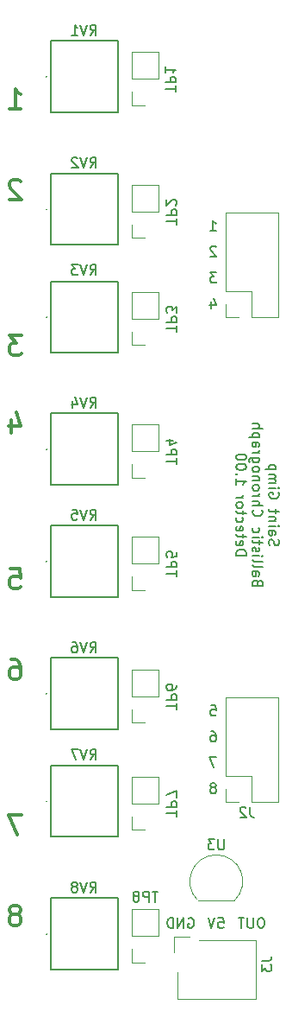
<source format=gbo>
%TF.GenerationSoftware,KiCad,Pcbnew,(5.99.0-12789-g9e557d84c6)*%
%TF.CreationDate,2021-11-25T19:19:57-08:00*%
%TF.ProjectId,Detector,44657465-6374-46f7-922e-6b696361645f,rev?*%
%TF.SameCoordinates,Original*%
%TF.FileFunction,Legend,Bot*%
%TF.FilePolarity,Positive*%
%FSLAX46Y46*%
G04 Gerber Fmt 4.6, Leading zero omitted, Abs format (unit mm)*
G04 Created by KiCad (PCBNEW (5.99.0-12789-g9e557d84c6)) date 2021-11-25 19:19:57*
%MOMM*%
%LPD*%
G01*
G04 APERTURE LIST*
%ADD10C,0.150000*%
%ADD11C,0.300000*%
%ADD12C,0.120000*%
%ADD13C,0.200000*%
%ADD14R,1.700000X1.700000*%
%ADD15O,1.700000X1.700000*%
%ADD16R,1.800000X1.800000*%
%ADD17C,1.800000*%
%ADD18C,2.200000*%
%ADD19C,1.120000*%
%ADD20R,1.050000X1.500000*%
%ADD21O,1.050000X1.500000*%
G04 APERTURE END LIST*
D10*
X138930238Y-101012380D02*
X138882619Y-100869523D01*
X138882619Y-100631428D01*
X138930238Y-100536190D01*
X138977857Y-100488571D01*
X139073095Y-100440952D01*
X139168333Y-100440952D01*
X139263571Y-100488571D01*
X139311190Y-100536190D01*
X139358809Y-100631428D01*
X139406428Y-100821904D01*
X139454047Y-100917142D01*
X139501666Y-100964761D01*
X139596904Y-101012380D01*
X139692142Y-101012380D01*
X139787380Y-100964761D01*
X139835000Y-100917142D01*
X139882619Y-100821904D01*
X139882619Y-100583809D01*
X139835000Y-100440952D01*
X138882619Y-99583809D02*
X139406428Y-99583809D01*
X139501666Y-99631428D01*
X139549285Y-99726666D01*
X139549285Y-99917142D01*
X139501666Y-100012380D01*
X138930238Y-99583809D02*
X138882619Y-99679047D01*
X138882619Y-99917142D01*
X138930238Y-100012380D01*
X139025476Y-100060000D01*
X139120714Y-100060000D01*
X139215952Y-100012380D01*
X139263571Y-99917142D01*
X139263571Y-99679047D01*
X139311190Y-99583809D01*
X138882619Y-99107619D02*
X139549285Y-99107619D01*
X139882619Y-99107619D02*
X139835000Y-99155238D01*
X139787380Y-99107619D01*
X139835000Y-99060000D01*
X139882619Y-99107619D01*
X139787380Y-99107619D01*
X139549285Y-98631428D02*
X138882619Y-98631428D01*
X139454047Y-98631428D02*
X139501666Y-98583809D01*
X139549285Y-98488571D01*
X139549285Y-98345714D01*
X139501666Y-98250476D01*
X139406428Y-98202857D01*
X138882619Y-98202857D01*
X139549285Y-97869523D02*
X139549285Y-97488571D01*
X139882619Y-97726666D02*
X139025476Y-97726666D01*
X138930238Y-97679047D01*
X138882619Y-97583809D01*
X138882619Y-97488571D01*
X139835000Y-95869523D02*
X139882619Y-95964761D01*
X139882619Y-96107619D01*
X139835000Y-96250476D01*
X139739761Y-96345714D01*
X139644523Y-96393333D01*
X139454047Y-96440952D01*
X139311190Y-96440952D01*
X139120714Y-96393333D01*
X139025476Y-96345714D01*
X138930238Y-96250476D01*
X138882619Y-96107619D01*
X138882619Y-96012380D01*
X138930238Y-95869523D01*
X138977857Y-95821904D01*
X139311190Y-95821904D01*
X139311190Y-96012380D01*
X138882619Y-95393333D02*
X139549285Y-95393333D01*
X139882619Y-95393333D02*
X139835000Y-95440952D01*
X139787380Y-95393333D01*
X139835000Y-95345714D01*
X139882619Y-95393333D01*
X139787380Y-95393333D01*
X138882619Y-94917142D02*
X139549285Y-94917142D01*
X139454047Y-94917142D02*
X139501666Y-94869523D01*
X139549285Y-94774285D01*
X139549285Y-94631428D01*
X139501666Y-94536190D01*
X139406428Y-94488571D01*
X138882619Y-94488571D01*
X139406428Y-94488571D02*
X139501666Y-94440952D01*
X139549285Y-94345714D01*
X139549285Y-94202857D01*
X139501666Y-94107619D01*
X139406428Y-94060000D01*
X138882619Y-94060000D01*
X139549285Y-93583809D02*
X138549285Y-93583809D01*
X139501666Y-93583809D02*
X139549285Y-93488571D01*
X139549285Y-93298095D01*
X139501666Y-93202857D01*
X139454047Y-93155238D01*
X139358809Y-93107619D01*
X139073095Y-93107619D01*
X138977857Y-93155238D01*
X138930238Y-93202857D01*
X138882619Y-93298095D01*
X138882619Y-93488571D01*
X138930238Y-93583809D01*
X137796428Y-104679047D02*
X137748809Y-104536190D01*
X137701190Y-104488571D01*
X137605952Y-104440952D01*
X137463095Y-104440952D01*
X137367857Y-104488571D01*
X137320238Y-104536190D01*
X137272619Y-104631428D01*
X137272619Y-105012380D01*
X138272619Y-105012380D01*
X138272619Y-104679047D01*
X138225000Y-104583809D01*
X138177380Y-104536190D01*
X138082142Y-104488571D01*
X137986904Y-104488571D01*
X137891666Y-104536190D01*
X137844047Y-104583809D01*
X137796428Y-104679047D01*
X137796428Y-105012380D01*
X137272619Y-103583809D02*
X137796428Y-103583809D01*
X137891666Y-103631428D01*
X137939285Y-103726666D01*
X137939285Y-103917142D01*
X137891666Y-104012380D01*
X137320238Y-103583809D02*
X137272619Y-103679047D01*
X137272619Y-103917142D01*
X137320238Y-104012380D01*
X137415476Y-104060000D01*
X137510714Y-104060000D01*
X137605952Y-104012380D01*
X137653571Y-103917142D01*
X137653571Y-103679047D01*
X137701190Y-103583809D01*
X137272619Y-102964761D02*
X137320238Y-103060000D01*
X137415476Y-103107619D01*
X138272619Y-103107619D01*
X137272619Y-102440952D02*
X137320238Y-102536190D01*
X137415476Y-102583809D01*
X138272619Y-102583809D01*
X137272619Y-102060000D02*
X137939285Y-102060000D01*
X138272619Y-102060000D02*
X138225000Y-102107619D01*
X138177380Y-102060000D01*
X138225000Y-102012380D01*
X138272619Y-102060000D01*
X138177380Y-102060000D01*
X137320238Y-101631428D02*
X137272619Y-101536190D01*
X137272619Y-101345714D01*
X137320238Y-101250476D01*
X137415476Y-101202857D01*
X137463095Y-101202857D01*
X137558333Y-101250476D01*
X137605952Y-101345714D01*
X137605952Y-101488571D01*
X137653571Y-101583809D01*
X137748809Y-101631428D01*
X137796428Y-101631428D01*
X137891666Y-101583809D01*
X137939285Y-101488571D01*
X137939285Y-101345714D01*
X137891666Y-101250476D01*
X137939285Y-100917142D02*
X137939285Y-100536190D01*
X138272619Y-100774285D02*
X137415476Y-100774285D01*
X137320238Y-100726666D01*
X137272619Y-100631428D01*
X137272619Y-100536190D01*
X137272619Y-100202857D02*
X137939285Y-100202857D01*
X138272619Y-100202857D02*
X138225000Y-100250476D01*
X138177380Y-100202857D01*
X138225000Y-100155238D01*
X138272619Y-100202857D01*
X138177380Y-100202857D01*
X137320238Y-99298095D02*
X137272619Y-99393333D01*
X137272619Y-99583809D01*
X137320238Y-99679047D01*
X137367857Y-99726666D01*
X137463095Y-99774285D01*
X137748809Y-99774285D01*
X137844047Y-99726666D01*
X137891666Y-99679047D01*
X137939285Y-99583809D01*
X137939285Y-99393333D01*
X137891666Y-99298095D01*
X137367857Y-97536190D02*
X137320238Y-97583809D01*
X137272619Y-97726666D01*
X137272619Y-97821904D01*
X137320238Y-97964761D01*
X137415476Y-98060000D01*
X137510714Y-98107619D01*
X137701190Y-98155238D01*
X137844047Y-98155238D01*
X138034523Y-98107619D01*
X138129761Y-98060000D01*
X138225000Y-97964761D01*
X138272619Y-97821904D01*
X138272619Y-97726666D01*
X138225000Y-97583809D01*
X138177380Y-97536190D01*
X137272619Y-97107619D02*
X138272619Y-97107619D01*
X137272619Y-96679047D02*
X137796428Y-96679047D01*
X137891666Y-96726666D01*
X137939285Y-96821904D01*
X137939285Y-96964761D01*
X137891666Y-97060000D01*
X137844047Y-97107619D01*
X137272619Y-96202857D02*
X137939285Y-96202857D01*
X137748809Y-96202857D02*
X137844047Y-96155238D01*
X137891666Y-96107619D01*
X137939285Y-96012380D01*
X137939285Y-95917142D01*
X137272619Y-95440952D02*
X137320238Y-95536190D01*
X137367857Y-95583809D01*
X137463095Y-95631428D01*
X137748809Y-95631428D01*
X137844047Y-95583809D01*
X137891666Y-95536190D01*
X137939285Y-95440952D01*
X137939285Y-95298095D01*
X137891666Y-95202857D01*
X137844047Y-95155238D01*
X137748809Y-95107619D01*
X137463095Y-95107619D01*
X137367857Y-95155238D01*
X137320238Y-95202857D01*
X137272619Y-95298095D01*
X137272619Y-95440952D01*
X137939285Y-94679047D02*
X137272619Y-94679047D01*
X137844047Y-94679047D02*
X137891666Y-94631428D01*
X137939285Y-94536190D01*
X137939285Y-94393333D01*
X137891666Y-94298095D01*
X137796428Y-94250476D01*
X137272619Y-94250476D01*
X137272619Y-93631428D02*
X137320238Y-93726666D01*
X137367857Y-93774285D01*
X137463095Y-93821904D01*
X137748809Y-93821904D01*
X137844047Y-93774285D01*
X137891666Y-93726666D01*
X137939285Y-93631428D01*
X137939285Y-93488571D01*
X137891666Y-93393333D01*
X137844047Y-93345714D01*
X137748809Y-93298095D01*
X137463095Y-93298095D01*
X137367857Y-93345714D01*
X137320238Y-93393333D01*
X137272619Y-93488571D01*
X137272619Y-93631428D01*
X137939285Y-92440952D02*
X137129761Y-92440952D01*
X137034523Y-92488571D01*
X136986904Y-92536190D01*
X136939285Y-92631428D01*
X136939285Y-92774285D01*
X136986904Y-92869523D01*
X137320238Y-92440952D02*
X137272619Y-92536190D01*
X137272619Y-92726666D01*
X137320238Y-92821904D01*
X137367857Y-92869523D01*
X137463095Y-92917142D01*
X137748809Y-92917142D01*
X137844047Y-92869523D01*
X137891666Y-92821904D01*
X137939285Y-92726666D01*
X137939285Y-92536190D01*
X137891666Y-92440952D01*
X137272619Y-91964761D02*
X137939285Y-91964761D01*
X137748809Y-91964761D02*
X137844047Y-91917142D01*
X137891666Y-91869523D01*
X137939285Y-91774285D01*
X137939285Y-91679047D01*
X137272619Y-90917142D02*
X137796428Y-90917142D01*
X137891666Y-90964761D01*
X137939285Y-91060000D01*
X137939285Y-91250476D01*
X137891666Y-91345714D01*
X137320238Y-90917142D02*
X137272619Y-91012380D01*
X137272619Y-91250476D01*
X137320238Y-91345714D01*
X137415476Y-91393333D01*
X137510714Y-91393333D01*
X137605952Y-91345714D01*
X137653571Y-91250476D01*
X137653571Y-91012380D01*
X137701190Y-90917142D01*
X137939285Y-90440952D02*
X136939285Y-90440952D01*
X137891666Y-90440952D02*
X137939285Y-90345714D01*
X137939285Y-90155238D01*
X137891666Y-90060000D01*
X137844047Y-90012380D01*
X137748809Y-89964761D01*
X137463095Y-89964761D01*
X137367857Y-90012380D01*
X137320238Y-90060000D01*
X137272619Y-90155238D01*
X137272619Y-90345714D01*
X137320238Y-90440952D01*
X137272619Y-89536190D02*
X138272619Y-89536190D01*
X137272619Y-89107619D02*
X137796428Y-89107619D01*
X137891666Y-89155238D01*
X137939285Y-89250476D01*
X137939285Y-89393333D01*
X137891666Y-89488571D01*
X137844047Y-89536190D01*
X135662619Y-101988571D02*
X136662619Y-101988571D01*
X136662619Y-101750476D01*
X136615000Y-101607619D01*
X136519761Y-101512380D01*
X136424523Y-101464761D01*
X136234047Y-101417142D01*
X136091190Y-101417142D01*
X135900714Y-101464761D01*
X135805476Y-101512380D01*
X135710238Y-101607619D01*
X135662619Y-101750476D01*
X135662619Y-101988571D01*
X135710238Y-100607619D02*
X135662619Y-100702857D01*
X135662619Y-100893333D01*
X135710238Y-100988571D01*
X135805476Y-101036190D01*
X136186428Y-101036190D01*
X136281666Y-100988571D01*
X136329285Y-100893333D01*
X136329285Y-100702857D01*
X136281666Y-100607619D01*
X136186428Y-100560000D01*
X136091190Y-100560000D01*
X135995952Y-101036190D01*
X136329285Y-100274285D02*
X136329285Y-99893333D01*
X136662619Y-100131428D02*
X135805476Y-100131428D01*
X135710238Y-100083809D01*
X135662619Y-99988571D01*
X135662619Y-99893333D01*
X135710238Y-99179047D02*
X135662619Y-99274285D01*
X135662619Y-99464761D01*
X135710238Y-99560000D01*
X135805476Y-99607619D01*
X136186428Y-99607619D01*
X136281666Y-99560000D01*
X136329285Y-99464761D01*
X136329285Y-99274285D01*
X136281666Y-99179047D01*
X136186428Y-99131428D01*
X136091190Y-99131428D01*
X135995952Y-99607619D01*
X135710238Y-98274285D02*
X135662619Y-98369523D01*
X135662619Y-98560000D01*
X135710238Y-98655238D01*
X135757857Y-98702857D01*
X135853095Y-98750476D01*
X136138809Y-98750476D01*
X136234047Y-98702857D01*
X136281666Y-98655238D01*
X136329285Y-98560000D01*
X136329285Y-98369523D01*
X136281666Y-98274285D01*
X136329285Y-97988571D02*
X136329285Y-97607619D01*
X136662619Y-97845714D02*
X135805476Y-97845714D01*
X135710238Y-97798095D01*
X135662619Y-97702857D01*
X135662619Y-97607619D01*
X135662619Y-97131428D02*
X135710238Y-97226666D01*
X135757857Y-97274285D01*
X135853095Y-97321904D01*
X136138809Y-97321904D01*
X136234047Y-97274285D01*
X136281666Y-97226666D01*
X136329285Y-97131428D01*
X136329285Y-96988571D01*
X136281666Y-96893333D01*
X136234047Y-96845714D01*
X136138809Y-96798095D01*
X135853095Y-96798095D01*
X135757857Y-96845714D01*
X135710238Y-96893333D01*
X135662619Y-96988571D01*
X135662619Y-97131428D01*
X135662619Y-96369523D02*
X136329285Y-96369523D01*
X136138809Y-96369523D02*
X136234047Y-96321904D01*
X136281666Y-96274285D01*
X136329285Y-96179047D01*
X136329285Y-96083809D01*
X135662619Y-94464761D02*
X135662619Y-95036190D01*
X135662619Y-94750476D02*
X136662619Y-94750476D01*
X136519761Y-94845714D01*
X136424523Y-94940952D01*
X136376904Y-95036190D01*
X135757857Y-94036190D02*
X135710238Y-93988571D01*
X135662619Y-94036190D01*
X135710238Y-94083809D01*
X135757857Y-94036190D01*
X135662619Y-94036190D01*
X136662619Y-93369523D02*
X136662619Y-93274285D01*
X136615000Y-93179047D01*
X136567380Y-93131428D01*
X136472142Y-93083809D01*
X136281666Y-93036190D01*
X136043571Y-93036190D01*
X135853095Y-93083809D01*
X135757857Y-93131428D01*
X135710238Y-93179047D01*
X135662619Y-93274285D01*
X135662619Y-93369523D01*
X135710238Y-93464761D01*
X135757857Y-93512380D01*
X135853095Y-93560000D01*
X136043571Y-93607619D01*
X136281666Y-93607619D01*
X136472142Y-93560000D01*
X136567380Y-93512380D01*
X136615000Y-93464761D01*
X136662619Y-93369523D01*
X136662619Y-92417142D02*
X136662619Y-92321904D01*
X136615000Y-92226666D01*
X136567380Y-92179047D01*
X136472142Y-92131428D01*
X136281666Y-92083809D01*
X136043571Y-92083809D01*
X135853095Y-92131428D01*
X135757857Y-92179047D01*
X135710238Y-92226666D01*
X135662619Y-92321904D01*
X135662619Y-92417142D01*
X135710238Y-92512380D01*
X135757857Y-92560000D01*
X135853095Y-92607619D01*
X136043571Y-92655238D01*
X136281666Y-92655238D01*
X136472142Y-92607619D01*
X136567380Y-92560000D01*
X136615000Y-92512380D01*
X136662619Y-92417142D01*
D11*
X114621666Y-127394761D02*
X113288333Y-127394761D01*
X114145476Y-129394761D01*
X113478809Y-103264761D02*
X114431190Y-103264761D01*
X114526428Y-104217142D01*
X114431190Y-104121904D01*
X114240714Y-104026666D01*
X113764523Y-104026666D01*
X113574047Y-104121904D01*
X113478809Y-104217142D01*
X113383571Y-104407619D01*
X113383571Y-104883809D01*
X113478809Y-105074285D01*
X113574047Y-105169523D01*
X113764523Y-105264761D01*
X114240714Y-105264761D01*
X114431190Y-105169523D01*
X114526428Y-105074285D01*
D10*
X133743333Y-121772380D02*
X133076666Y-121772380D01*
X133505238Y-122772380D01*
X133743333Y-74272380D02*
X133124285Y-74272380D01*
X133457619Y-74653333D01*
X133314761Y-74653333D01*
X133219523Y-74700952D01*
X133171904Y-74748571D01*
X133124285Y-74843809D01*
X133124285Y-75081904D01*
X133171904Y-75177142D01*
X133219523Y-75224761D01*
X133314761Y-75272380D01*
X133600476Y-75272380D01*
X133695714Y-75224761D01*
X133743333Y-75177142D01*
X133171904Y-116692380D02*
X133648095Y-116692380D01*
X133695714Y-117168571D01*
X133648095Y-117120952D01*
X133552857Y-117073333D01*
X133314761Y-117073333D01*
X133219523Y-117120952D01*
X133171904Y-117168571D01*
X133124285Y-117263809D01*
X133124285Y-117501904D01*
X133171904Y-117597142D01*
X133219523Y-117644761D01*
X133314761Y-117692380D01*
X133552857Y-117692380D01*
X133648095Y-117644761D01*
X133695714Y-117597142D01*
X133124285Y-70192380D02*
X133695714Y-70192380D01*
X133410000Y-70192380D02*
X133410000Y-69192380D01*
X133505238Y-69335238D01*
X133600476Y-69430476D01*
X133695714Y-69478095D01*
D11*
X114621666Y-80404761D02*
X113383571Y-80404761D01*
X114050238Y-81166666D01*
X113764523Y-81166666D01*
X113574047Y-81261904D01*
X113478809Y-81357142D01*
X113383571Y-81547619D01*
X113383571Y-82023809D01*
X113478809Y-82214285D01*
X113574047Y-82309523D01*
X113764523Y-82404761D01*
X114335952Y-82404761D01*
X114526428Y-82309523D01*
X114621666Y-82214285D01*
X114145476Y-137141904D02*
X114335952Y-137046666D01*
X114431190Y-136951428D01*
X114526428Y-136760952D01*
X114526428Y-136665714D01*
X114431190Y-136475238D01*
X114335952Y-136380000D01*
X114145476Y-136284761D01*
X113764523Y-136284761D01*
X113574047Y-136380000D01*
X113478809Y-136475238D01*
X113383571Y-136665714D01*
X113383571Y-136760952D01*
X113478809Y-136951428D01*
X113574047Y-137046666D01*
X113764523Y-137141904D01*
X114145476Y-137141904D01*
X114335952Y-137237142D01*
X114431190Y-137332380D01*
X114526428Y-137522857D01*
X114526428Y-137903809D01*
X114431190Y-138094285D01*
X114335952Y-138189523D01*
X114145476Y-138284761D01*
X113764523Y-138284761D01*
X113574047Y-138189523D01*
X113478809Y-138094285D01*
X113383571Y-137903809D01*
X113383571Y-137522857D01*
X113478809Y-137332380D01*
X113574047Y-137237142D01*
X113764523Y-137141904D01*
X113574047Y-88691428D02*
X113574047Y-90024761D01*
X114050238Y-87929523D02*
X114526428Y-89358095D01*
X113288333Y-89358095D01*
X113383571Y-58274761D02*
X114526428Y-58274761D01*
X113955000Y-58274761D02*
X113955000Y-56274761D01*
X114145476Y-56560476D01*
X114335952Y-56750952D01*
X114526428Y-56846190D01*
D10*
X133219523Y-119232380D02*
X133410000Y-119232380D01*
X133505238Y-119280000D01*
X133552857Y-119327619D01*
X133648095Y-119470476D01*
X133695714Y-119660952D01*
X133695714Y-120041904D01*
X133648095Y-120137142D01*
X133600476Y-120184761D01*
X133505238Y-120232380D01*
X133314761Y-120232380D01*
X133219523Y-120184761D01*
X133171904Y-120137142D01*
X133124285Y-120041904D01*
X133124285Y-119803809D01*
X133171904Y-119708571D01*
X133219523Y-119660952D01*
X133314761Y-119613333D01*
X133505238Y-119613333D01*
X133600476Y-119660952D01*
X133648095Y-119708571D01*
X133695714Y-119803809D01*
D11*
X113574047Y-112154761D02*
X113955000Y-112154761D01*
X114145476Y-112250000D01*
X114240714Y-112345238D01*
X114431190Y-112630952D01*
X114526428Y-113011904D01*
X114526428Y-113773809D01*
X114431190Y-113964285D01*
X114335952Y-114059523D01*
X114145476Y-114154761D01*
X113764523Y-114154761D01*
X113574047Y-114059523D01*
X113478809Y-113964285D01*
X113383571Y-113773809D01*
X113383571Y-113297619D01*
X113478809Y-113107142D01*
X113574047Y-113011904D01*
X113764523Y-112916666D01*
X114145476Y-112916666D01*
X114335952Y-113011904D01*
X114431190Y-113107142D01*
X114526428Y-113297619D01*
D10*
X133915476Y-137512380D02*
X134391666Y-137512380D01*
X134439285Y-137988571D01*
X134391666Y-137940952D01*
X134296428Y-137893333D01*
X134058333Y-137893333D01*
X133963095Y-137940952D01*
X133915476Y-137988571D01*
X133867857Y-138083809D01*
X133867857Y-138321904D01*
X133915476Y-138417142D01*
X133963095Y-138464761D01*
X134058333Y-138512380D01*
X134296428Y-138512380D01*
X134391666Y-138464761D01*
X134439285Y-138417142D01*
X133582142Y-137512380D02*
X133248809Y-138512380D01*
X132915476Y-137512380D01*
X133695714Y-71797619D02*
X133648095Y-71750000D01*
X133552857Y-71702380D01*
X133314761Y-71702380D01*
X133219523Y-71750000D01*
X133171904Y-71797619D01*
X133124285Y-71892857D01*
X133124285Y-71988095D01*
X133171904Y-72130952D01*
X133743333Y-72702380D01*
X133124285Y-72702380D01*
X133505238Y-124740952D02*
X133600476Y-124693333D01*
X133648095Y-124645714D01*
X133695714Y-124550476D01*
X133695714Y-124502857D01*
X133648095Y-124407619D01*
X133600476Y-124360000D01*
X133505238Y-124312380D01*
X133314761Y-124312380D01*
X133219523Y-124360000D01*
X133171904Y-124407619D01*
X133124285Y-124502857D01*
X133124285Y-124550476D01*
X133171904Y-124645714D01*
X133219523Y-124693333D01*
X133314761Y-124740952D01*
X133505238Y-124740952D01*
X133600476Y-124788571D01*
X133648095Y-124836190D01*
X133695714Y-124931428D01*
X133695714Y-125121904D01*
X133648095Y-125217142D01*
X133600476Y-125264761D01*
X133505238Y-125312380D01*
X133314761Y-125312380D01*
X133219523Y-125264761D01*
X133171904Y-125217142D01*
X133124285Y-125121904D01*
X133124285Y-124931428D01*
X133171904Y-124836190D01*
X133219523Y-124788571D01*
X133314761Y-124740952D01*
D11*
X114526428Y-65355238D02*
X114431190Y-65260000D01*
X114240714Y-65164761D01*
X113764523Y-65164761D01*
X113574047Y-65260000D01*
X113478809Y-65355238D01*
X113383571Y-65545714D01*
X113383571Y-65736190D01*
X113478809Y-66021904D01*
X114621666Y-67164761D01*
X113383571Y-67164761D01*
D10*
X138225000Y-137512380D02*
X138034523Y-137512380D01*
X137939285Y-137560000D01*
X137844047Y-137655238D01*
X137796428Y-137845714D01*
X137796428Y-138179047D01*
X137844047Y-138369523D01*
X137939285Y-138464761D01*
X138034523Y-138512380D01*
X138225000Y-138512380D01*
X138320238Y-138464761D01*
X138415476Y-138369523D01*
X138463095Y-138179047D01*
X138463095Y-137845714D01*
X138415476Y-137655238D01*
X138320238Y-137560000D01*
X138225000Y-137512380D01*
X137367857Y-137512380D02*
X137367857Y-138321904D01*
X137320238Y-138417142D01*
X137272619Y-138464761D01*
X137177380Y-138512380D01*
X136986904Y-138512380D01*
X136891666Y-138464761D01*
X136844047Y-138417142D01*
X136796428Y-138321904D01*
X136796428Y-137512380D01*
X136463095Y-137512380D02*
X135891666Y-137512380D01*
X136177380Y-138512380D02*
X136177380Y-137512380D01*
X130986904Y-137560000D02*
X131082142Y-137512380D01*
X131225000Y-137512380D01*
X131367857Y-137560000D01*
X131463095Y-137655238D01*
X131510714Y-137750476D01*
X131558333Y-137940952D01*
X131558333Y-138083809D01*
X131510714Y-138274285D01*
X131463095Y-138369523D01*
X131367857Y-138464761D01*
X131225000Y-138512380D01*
X131129761Y-138512380D01*
X130986904Y-138464761D01*
X130939285Y-138417142D01*
X130939285Y-138083809D01*
X131129761Y-138083809D01*
X130510714Y-138512380D02*
X130510714Y-137512380D01*
X129939285Y-138512380D01*
X129939285Y-137512380D01*
X129463095Y-138512380D02*
X129463095Y-137512380D01*
X129225000Y-137512380D01*
X129082142Y-137560000D01*
X128986904Y-137655238D01*
X128939285Y-137750476D01*
X128891666Y-137940952D01*
X128891666Y-138083809D01*
X128939285Y-138274285D01*
X128986904Y-138369523D01*
X129082142Y-138464761D01*
X129225000Y-138512380D01*
X129463095Y-138512380D01*
X133219523Y-77145714D02*
X133219523Y-77812380D01*
X133457619Y-76764761D02*
X133695714Y-77479047D01*
X133076666Y-77479047D01*
%TO.C,J3*%
X138177380Y-141726666D02*
X138891666Y-141726666D01*
X139034523Y-141679047D01*
X139129761Y-141583809D01*
X139177380Y-141440952D01*
X139177380Y-141345714D01*
X138177380Y-142107619D02*
X138177380Y-142726666D01*
X138558333Y-142393333D01*
X138558333Y-142536190D01*
X138605952Y-142631428D01*
X138653571Y-142679047D01*
X138748809Y-142726666D01*
X138986904Y-142726666D01*
X139082142Y-142679047D01*
X139129761Y-142631428D01*
X139177380Y-142536190D01*
X139177380Y-142250476D01*
X139129761Y-142155238D01*
X139082142Y-142107619D01*
%TO.C,TP5*%
X129812619Y-104051904D02*
X129812619Y-103480476D01*
X128812619Y-103766190D02*
X129812619Y-103766190D01*
X128812619Y-103147142D02*
X129812619Y-103147142D01*
X129812619Y-102766190D01*
X129765000Y-102670952D01*
X129717380Y-102623333D01*
X129622142Y-102575714D01*
X129479285Y-102575714D01*
X129384047Y-102623333D01*
X129336428Y-102670952D01*
X129288809Y-102766190D01*
X129288809Y-103147142D01*
X129812619Y-101670952D02*
X129812619Y-102147142D01*
X129336428Y-102194761D01*
X129384047Y-102147142D01*
X129431666Y-102051904D01*
X129431666Y-101813809D01*
X129384047Y-101718571D01*
X129336428Y-101670952D01*
X129241190Y-101623333D01*
X129003095Y-101623333D01*
X128907857Y-101670952D01*
X128860238Y-101718571D01*
X128812619Y-101813809D01*
X128812619Y-102051904D01*
X128860238Y-102147142D01*
X128907857Y-102194761D01*
%TO.C,TP2*%
X129812619Y-69551904D02*
X129812619Y-68980476D01*
X128812619Y-69266190D02*
X129812619Y-69266190D01*
X128812619Y-68647142D02*
X129812619Y-68647142D01*
X129812619Y-68266190D01*
X129765000Y-68170952D01*
X129717380Y-68123333D01*
X129622142Y-68075714D01*
X129479285Y-68075714D01*
X129384047Y-68123333D01*
X129336428Y-68170952D01*
X129288809Y-68266190D01*
X129288809Y-68647142D01*
X129717380Y-67694761D02*
X129765000Y-67647142D01*
X129812619Y-67551904D01*
X129812619Y-67313809D01*
X129765000Y-67218571D01*
X129717380Y-67170952D01*
X129622142Y-67123333D01*
X129526904Y-67123333D01*
X129384047Y-67170952D01*
X128812619Y-67742380D01*
X128812619Y-67123333D01*
%TO.C,TP3*%
X129812619Y-80051904D02*
X129812619Y-79480476D01*
X128812619Y-79766190D02*
X129812619Y-79766190D01*
X128812619Y-79147142D02*
X129812619Y-79147142D01*
X129812619Y-78766190D01*
X129765000Y-78670952D01*
X129717380Y-78623333D01*
X129622142Y-78575714D01*
X129479285Y-78575714D01*
X129384047Y-78623333D01*
X129336428Y-78670952D01*
X129288809Y-78766190D01*
X129288809Y-79147142D01*
X129812619Y-78242380D02*
X129812619Y-77623333D01*
X129431666Y-77956666D01*
X129431666Y-77813809D01*
X129384047Y-77718571D01*
X129336428Y-77670952D01*
X129241190Y-77623333D01*
X129003095Y-77623333D01*
X128907857Y-77670952D01*
X128860238Y-77718571D01*
X128812619Y-77813809D01*
X128812619Y-78099523D01*
X128860238Y-78194761D01*
X128907857Y-78242380D01*
%TO.C,TP4*%
X129812619Y-93051904D02*
X129812619Y-92480476D01*
X128812619Y-92766190D02*
X129812619Y-92766190D01*
X128812619Y-92147142D02*
X129812619Y-92147142D01*
X129812619Y-91766190D01*
X129765000Y-91670952D01*
X129717380Y-91623333D01*
X129622142Y-91575714D01*
X129479285Y-91575714D01*
X129384047Y-91623333D01*
X129336428Y-91670952D01*
X129288809Y-91766190D01*
X129288809Y-92147142D01*
X129479285Y-90718571D02*
X128812619Y-90718571D01*
X129860238Y-90956666D02*
X129145952Y-91194761D01*
X129145952Y-90575714D01*
%TO.C,RV1*%
X121320238Y-51012380D02*
X121653571Y-50536190D01*
X121891666Y-51012380D02*
X121891666Y-50012380D01*
X121510714Y-50012380D01*
X121415476Y-50060000D01*
X121367857Y-50107619D01*
X121320238Y-50202857D01*
X121320238Y-50345714D01*
X121367857Y-50440952D01*
X121415476Y-50488571D01*
X121510714Y-50536190D01*
X121891666Y-50536190D01*
X121034523Y-50012380D02*
X120701190Y-51012380D01*
X120367857Y-50012380D01*
X119510714Y-51012380D02*
X120082142Y-51012380D01*
X119796428Y-51012380D02*
X119796428Y-50012380D01*
X119891666Y-50155238D01*
X119986904Y-50250476D01*
X120082142Y-50298095D01*
%TO.C,U3*%
X134486904Y-129824880D02*
X134486904Y-130634404D01*
X134439285Y-130729642D01*
X134391666Y-130777261D01*
X134296428Y-130824880D01*
X134105952Y-130824880D01*
X134010714Y-130777261D01*
X133963095Y-130729642D01*
X133915476Y-130634404D01*
X133915476Y-129824880D01*
X133534523Y-129824880D02*
X132915476Y-129824880D01*
X133248809Y-130205833D01*
X133105952Y-130205833D01*
X133010714Y-130253452D01*
X132963095Y-130301071D01*
X132915476Y-130396309D01*
X132915476Y-130634404D01*
X132963095Y-130729642D01*
X133010714Y-130777261D01*
X133105952Y-130824880D01*
X133391666Y-130824880D01*
X133486904Y-130777261D01*
X133534523Y-130729642D01*
%TO.C,RV7*%
X121320238Y-122012380D02*
X121653571Y-121536190D01*
X121891666Y-122012380D02*
X121891666Y-121012380D01*
X121510714Y-121012380D01*
X121415476Y-121060000D01*
X121367857Y-121107619D01*
X121320238Y-121202857D01*
X121320238Y-121345714D01*
X121367857Y-121440952D01*
X121415476Y-121488571D01*
X121510714Y-121536190D01*
X121891666Y-121536190D01*
X121034523Y-121012380D02*
X120701190Y-122012380D01*
X120367857Y-121012380D01*
X120129761Y-121012380D02*
X119463095Y-121012380D01*
X119891666Y-122012380D01*
%TO.C,RV5*%
X121320238Y-98512380D02*
X121653571Y-98036190D01*
X121891666Y-98512380D02*
X121891666Y-97512380D01*
X121510714Y-97512380D01*
X121415476Y-97560000D01*
X121367857Y-97607619D01*
X121320238Y-97702857D01*
X121320238Y-97845714D01*
X121367857Y-97940952D01*
X121415476Y-97988571D01*
X121510714Y-98036190D01*
X121891666Y-98036190D01*
X121034523Y-97512380D02*
X120701190Y-98512380D01*
X120367857Y-97512380D01*
X119558333Y-97512380D02*
X120034523Y-97512380D01*
X120082142Y-97988571D01*
X120034523Y-97940952D01*
X119939285Y-97893333D01*
X119701190Y-97893333D01*
X119605952Y-97940952D01*
X119558333Y-97988571D01*
X119510714Y-98083809D01*
X119510714Y-98321904D01*
X119558333Y-98417142D01*
X119605952Y-98464761D01*
X119701190Y-98512380D01*
X119939285Y-98512380D01*
X120034523Y-98464761D01*
X120082142Y-98417142D01*
%TO.C,TP8*%
X127986904Y-134932380D02*
X127415476Y-134932380D01*
X127701190Y-135932380D02*
X127701190Y-134932380D01*
X127082142Y-135932380D02*
X127082142Y-134932380D01*
X126701190Y-134932380D01*
X126605952Y-134980000D01*
X126558333Y-135027619D01*
X126510714Y-135122857D01*
X126510714Y-135265714D01*
X126558333Y-135360952D01*
X126605952Y-135408571D01*
X126701190Y-135456190D01*
X127082142Y-135456190D01*
X125939285Y-135360952D02*
X126034523Y-135313333D01*
X126082142Y-135265714D01*
X126129761Y-135170476D01*
X126129761Y-135122857D01*
X126082142Y-135027619D01*
X126034523Y-134980000D01*
X125939285Y-134932380D01*
X125748809Y-134932380D01*
X125653571Y-134980000D01*
X125605952Y-135027619D01*
X125558333Y-135122857D01*
X125558333Y-135170476D01*
X125605952Y-135265714D01*
X125653571Y-135313333D01*
X125748809Y-135360952D01*
X125939285Y-135360952D01*
X126034523Y-135408571D01*
X126082142Y-135456190D01*
X126129761Y-135551428D01*
X126129761Y-135741904D01*
X126082142Y-135837142D01*
X126034523Y-135884761D01*
X125939285Y-135932380D01*
X125748809Y-135932380D01*
X125653571Y-135884761D01*
X125605952Y-135837142D01*
X125558333Y-135741904D01*
X125558333Y-135551428D01*
X125605952Y-135456190D01*
X125653571Y-135408571D01*
X125748809Y-135360952D01*
%TO.C,RV3*%
X121320238Y-74512380D02*
X121653571Y-74036190D01*
X121891666Y-74512380D02*
X121891666Y-73512380D01*
X121510714Y-73512380D01*
X121415476Y-73560000D01*
X121367857Y-73607619D01*
X121320238Y-73702857D01*
X121320238Y-73845714D01*
X121367857Y-73940952D01*
X121415476Y-73988571D01*
X121510714Y-74036190D01*
X121891666Y-74036190D01*
X121034523Y-73512380D02*
X120701190Y-74512380D01*
X120367857Y-73512380D01*
X120129761Y-73512380D02*
X119510714Y-73512380D01*
X119844047Y-73893333D01*
X119701190Y-73893333D01*
X119605952Y-73940952D01*
X119558333Y-73988571D01*
X119510714Y-74083809D01*
X119510714Y-74321904D01*
X119558333Y-74417142D01*
X119605952Y-74464761D01*
X119701190Y-74512380D01*
X119986904Y-74512380D01*
X120082142Y-74464761D01*
X120129761Y-74417142D01*
%TO.C,RV8*%
X121320238Y-135012380D02*
X121653571Y-134536190D01*
X121891666Y-135012380D02*
X121891666Y-134012380D01*
X121510714Y-134012380D01*
X121415476Y-134060000D01*
X121367857Y-134107619D01*
X121320238Y-134202857D01*
X121320238Y-134345714D01*
X121367857Y-134440952D01*
X121415476Y-134488571D01*
X121510714Y-134536190D01*
X121891666Y-134536190D01*
X121034523Y-134012380D02*
X120701190Y-135012380D01*
X120367857Y-134012380D01*
X119891666Y-134440952D02*
X119986904Y-134393333D01*
X120034523Y-134345714D01*
X120082142Y-134250476D01*
X120082142Y-134202857D01*
X120034523Y-134107619D01*
X119986904Y-134060000D01*
X119891666Y-134012380D01*
X119701190Y-134012380D01*
X119605952Y-134060000D01*
X119558333Y-134107619D01*
X119510714Y-134202857D01*
X119510714Y-134250476D01*
X119558333Y-134345714D01*
X119605952Y-134393333D01*
X119701190Y-134440952D01*
X119891666Y-134440952D01*
X119986904Y-134488571D01*
X120034523Y-134536190D01*
X120082142Y-134631428D01*
X120082142Y-134821904D01*
X120034523Y-134917142D01*
X119986904Y-134964761D01*
X119891666Y-135012380D01*
X119701190Y-135012380D01*
X119605952Y-134964761D01*
X119558333Y-134917142D01*
X119510714Y-134821904D01*
X119510714Y-134631428D01*
X119558333Y-134536190D01*
X119605952Y-134488571D01*
X119701190Y-134440952D01*
%TO.C,TP6*%
X129812619Y-117051904D02*
X129812619Y-116480476D01*
X128812619Y-116766190D02*
X129812619Y-116766190D01*
X128812619Y-116147142D02*
X129812619Y-116147142D01*
X129812619Y-115766190D01*
X129765000Y-115670952D01*
X129717380Y-115623333D01*
X129622142Y-115575714D01*
X129479285Y-115575714D01*
X129384047Y-115623333D01*
X129336428Y-115670952D01*
X129288809Y-115766190D01*
X129288809Y-116147142D01*
X129812619Y-114718571D02*
X129812619Y-114909047D01*
X129765000Y-115004285D01*
X129717380Y-115051904D01*
X129574523Y-115147142D01*
X129384047Y-115194761D01*
X129003095Y-115194761D01*
X128907857Y-115147142D01*
X128860238Y-115099523D01*
X128812619Y-115004285D01*
X128812619Y-114813809D01*
X128860238Y-114718571D01*
X128907857Y-114670952D01*
X129003095Y-114623333D01*
X129241190Y-114623333D01*
X129336428Y-114670952D01*
X129384047Y-114718571D01*
X129431666Y-114813809D01*
X129431666Y-115004285D01*
X129384047Y-115099523D01*
X129336428Y-115147142D01*
X129241190Y-115194761D01*
%TO.C,RV2*%
X121320238Y-64012380D02*
X121653571Y-63536190D01*
X121891666Y-64012380D02*
X121891666Y-63012380D01*
X121510714Y-63012380D01*
X121415476Y-63060000D01*
X121367857Y-63107619D01*
X121320238Y-63202857D01*
X121320238Y-63345714D01*
X121367857Y-63440952D01*
X121415476Y-63488571D01*
X121510714Y-63536190D01*
X121891666Y-63536190D01*
X121034523Y-63012380D02*
X120701190Y-64012380D01*
X120367857Y-63012380D01*
X120082142Y-63107619D02*
X120034523Y-63060000D01*
X119939285Y-63012380D01*
X119701190Y-63012380D01*
X119605952Y-63060000D01*
X119558333Y-63107619D01*
X119510714Y-63202857D01*
X119510714Y-63298095D01*
X119558333Y-63440952D01*
X120129761Y-64012380D01*
X119510714Y-64012380D01*
%TO.C,RV6*%
X121320238Y-111512380D02*
X121653571Y-111036190D01*
X121891666Y-111512380D02*
X121891666Y-110512380D01*
X121510714Y-110512380D01*
X121415476Y-110560000D01*
X121367857Y-110607619D01*
X121320238Y-110702857D01*
X121320238Y-110845714D01*
X121367857Y-110940952D01*
X121415476Y-110988571D01*
X121510714Y-111036190D01*
X121891666Y-111036190D01*
X121034523Y-110512380D02*
X120701190Y-111512380D01*
X120367857Y-110512380D01*
X119605952Y-110512380D02*
X119796428Y-110512380D01*
X119891666Y-110560000D01*
X119939285Y-110607619D01*
X120034523Y-110750476D01*
X120082142Y-110940952D01*
X120082142Y-111321904D01*
X120034523Y-111417142D01*
X119986904Y-111464761D01*
X119891666Y-111512380D01*
X119701190Y-111512380D01*
X119605952Y-111464761D01*
X119558333Y-111417142D01*
X119510714Y-111321904D01*
X119510714Y-111083809D01*
X119558333Y-110988571D01*
X119605952Y-110940952D01*
X119701190Y-110893333D01*
X119891666Y-110893333D01*
X119986904Y-110940952D01*
X120034523Y-110988571D01*
X120082142Y-111083809D01*
%TO.C,TP7*%
X129812619Y-127551904D02*
X129812619Y-126980476D01*
X128812619Y-127266190D02*
X129812619Y-127266190D01*
X128812619Y-126647142D02*
X129812619Y-126647142D01*
X129812619Y-126266190D01*
X129765000Y-126170952D01*
X129717380Y-126123333D01*
X129622142Y-126075714D01*
X129479285Y-126075714D01*
X129384047Y-126123333D01*
X129336428Y-126170952D01*
X129288809Y-126266190D01*
X129288809Y-126647142D01*
X129812619Y-125742380D02*
X129812619Y-125075714D01*
X128812619Y-125504285D01*
%TO.C,RV4*%
X121320238Y-87512380D02*
X121653571Y-87036190D01*
X121891666Y-87512380D02*
X121891666Y-86512380D01*
X121510714Y-86512380D01*
X121415476Y-86560000D01*
X121367857Y-86607619D01*
X121320238Y-86702857D01*
X121320238Y-86845714D01*
X121367857Y-86940952D01*
X121415476Y-86988571D01*
X121510714Y-87036190D01*
X121891666Y-87036190D01*
X121034523Y-86512380D02*
X120701190Y-87512380D01*
X120367857Y-86512380D01*
X119605952Y-86845714D02*
X119605952Y-87512380D01*
X119844047Y-86464761D02*
X120082142Y-87179047D01*
X119463095Y-87179047D01*
%TO.C,J2*%
X137053333Y-126642380D02*
X137053333Y-127356666D01*
X137100952Y-127499523D01*
X137196190Y-127594761D01*
X137339047Y-127642380D01*
X137434285Y-127642380D01*
X136624761Y-126737619D02*
X136577142Y-126690000D01*
X136481904Y-126642380D01*
X136243809Y-126642380D01*
X136148571Y-126690000D01*
X136100952Y-126737619D01*
X136053333Y-126832857D01*
X136053333Y-126928095D01*
X136100952Y-127070952D01*
X136672380Y-127642380D01*
X136053333Y-127642380D01*
%TO.C,TP1*%
X129742619Y-56551904D02*
X129742619Y-55980476D01*
X128742619Y-56266190D02*
X129742619Y-56266190D01*
X128742619Y-55647142D02*
X129742619Y-55647142D01*
X129742619Y-55266190D01*
X129695000Y-55170952D01*
X129647380Y-55123333D01*
X129552142Y-55075714D01*
X129409285Y-55075714D01*
X129314047Y-55123333D01*
X129266428Y-55170952D01*
X129218809Y-55266190D01*
X129218809Y-55647142D01*
X128742619Y-54123333D02*
X128742619Y-54694761D01*
X128742619Y-54409047D02*
X129742619Y-54409047D01*
X129599761Y-54504285D01*
X129504523Y-54599523D01*
X129456904Y-54694761D01*
D12*
%TO.C,J3*%
X129600000Y-139360000D02*
X129600000Y-140860000D01*
X132000000Y-139660000D02*
X137600000Y-139660000D01*
X137600000Y-139660000D02*
X137600000Y-145460000D01*
X129900000Y-142860000D02*
X129900000Y-145460000D01*
X131100000Y-139360000D02*
X129600000Y-139360000D01*
X129900000Y-145460000D02*
X137600000Y-145460000D01*
%TO.C,J1*%
X134620000Y-76090000D02*
X137220000Y-76090000D01*
X134620000Y-76090000D02*
X134620000Y-68410000D01*
X134620000Y-77360000D02*
X134620000Y-78690000D01*
X137220000Y-76090000D02*
X137220000Y-78690000D01*
X139820000Y-78690000D02*
X139820000Y-68410000D01*
X134620000Y-68410000D02*
X139820000Y-68410000D01*
X134620000Y-78690000D02*
X135950000Y-78690000D01*
X137220000Y-78690000D02*
X139820000Y-78690000D01*
%TO.C,TP5*%
X128055000Y-102790000D02*
X128055000Y-100190000D01*
X125395000Y-100190000D02*
X128055000Y-100190000D01*
X125395000Y-102790000D02*
X128055000Y-102790000D01*
X125395000Y-102790000D02*
X125395000Y-100190000D01*
X125395000Y-105390000D02*
X126725000Y-105390000D01*
X125395000Y-104060000D02*
X125395000Y-105390000D01*
%TO.C,TP2*%
X125395000Y-65690000D02*
X128055000Y-65690000D01*
X125395000Y-68290000D02*
X125395000Y-65690000D01*
X125395000Y-69560000D02*
X125395000Y-70890000D01*
X128055000Y-68290000D02*
X128055000Y-65690000D01*
X125395000Y-70890000D02*
X126725000Y-70890000D01*
X125395000Y-68290000D02*
X128055000Y-68290000D01*
%TO.C,TP3*%
X125395000Y-76190000D02*
X128055000Y-76190000D01*
X125395000Y-81390000D02*
X126725000Y-81390000D01*
X125395000Y-78790000D02*
X128055000Y-78790000D01*
X125395000Y-78790000D02*
X125395000Y-76190000D01*
X128055000Y-78790000D02*
X128055000Y-76190000D01*
X125395000Y-80060000D02*
X125395000Y-81390000D01*
%TO.C,TP4*%
X125395000Y-91790000D02*
X125395000Y-89190000D01*
X125395000Y-93060000D02*
X125395000Y-94390000D01*
X128055000Y-91790000D02*
X128055000Y-89190000D01*
X125395000Y-91790000D02*
X128055000Y-91790000D01*
X125395000Y-89190000D02*
X128055000Y-89190000D01*
X125395000Y-94390000D02*
X126725000Y-94390000D01*
D13*
%TO.C,RV1*%
X117425000Y-58550000D02*
X117425000Y-51560000D01*
X124025000Y-58550000D02*
X117425000Y-58550000D01*
X117425000Y-51560000D02*
X124025000Y-51560000D01*
X124025000Y-51560000D02*
X124025000Y-58550000D01*
X117060000Y-55092000D02*
G75*
G03*
X117060000Y-55092000I-57000J0D01*
G01*
D12*
%TO.C,U3*%
X135525000Y-135782500D02*
X131925000Y-135782500D01*
X135563478Y-135770978D02*
G75*
G03*
X133725000Y-131332500I-1838478J1838478D01*
G01*
X131886522Y-135770978D02*
G75*
G02*
X133725000Y-131332500I1838478J1838478D01*
G01*
D13*
%TO.C,RV7*%
X124025000Y-129550000D02*
X117425000Y-129550000D01*
X124025000Y-122560000D02*
X124025000Y-129550000D01*
X117425000Y-122560000D02*
X124025000Y-122560000D01*
X117425000Y-129550000D02*
X117425000Y-122560000D01*
X117060000Y-126092000D02*
G75*
G03*
X117060000Y-126092000I-57000J0D01*
G01*
%TO.C,RV5*%
X124025000Y-99060000D02*
X124025000Y-106050000D01*
X117425000Y-106050000D02*
X117425000Y-99060000D01*
X124025000Y-106050000D02*
X117425000Y-106050000D01*
X117425000Y-99060000D02*
X124025000Y-99060000D01*
X117060000Y-102592000D02*
G75*
G03*
X117060000Y-102592000I-57000J0D01*
G01*
D12*
%TO.C,TP8*%
X125395000Y-141890000D02*
X126725000Y-141890000D01*
X128055000Y-139290000D02*
X128055000Y-136690000D01*
X125395000Y-136690000D02*
X128055000Y-136690000D01*
X125395000Y-140560000D02*
X125395000Y-141890000D01*
X125395000Y-139290000D02*
X125395000Y-136690000D01*
X125395000Y-139290000D02*
X128055000Y-139290000D01*
D13*
%TO.C,RV3*%
X124025000Y-75140000D02*
X124025000Y-82130000D01*
X124025000Y-82130000D02*
X117425000Y-82130000D01*
X117425000Y-82130000D02*
X117425000Y-75140000D01*
X117425000Y-75140000D02*
X124025000Y-75140000D01*
X117060000Y-78672000D02*
G75*
G03*
X117060000Y-78672000I-57000J0D01*
G01*
%TO.C,RV8*%
X124025000Y-142550000D02*
X117425000Y-142550000D01*
X117425000Y-135560000D02*
X124025000Y-135560000D01*
X117425000Y-142550000D02*
X117425000Y-135560000D01*
X124025000Y-135560000D02*
X124025000Y-142550000D01*
X117060000Y-139092000D02*
G75*
G03*
X117060000Y-139092000I-57000J0D01*
G01*
D12*
%TO.C,TP6*%
X128055000Y-115790000D02*
X128055000Y-113190000D01*
X125395000Y-118390000D02*
X126725000Y-118390000D01*
X125395000Y-115790000D02*
X125395000Y-113190000D01*
X125395000Y-117060000D02*
X125395000Y-118390000D01*
X125395000Y-115790000D02*
X128055000Y-115790000D01*
X125395000Y-113190000D02*
X128055000Y-113190000D01*
D13*
%TO.C,RV2*%
X124025000Y-71550000D02*
X117425000Y-71550000D01*
X117425000Y-64560000D02*
X124025000Y-64560000D01*
X117425000Y-71550000D02*
X117425000Y-64560000D01*
X124025000Y-64560000D02*
X124025000Y-71550000D01*
X117060000Y-68092000D02*
G75*
G03*
X117060000Y-68092000I-57000J0D01*
G01*
%TO.C,RV6*%
X124025000Y-119000000D02*
X117425000Y-119000000D01*
X117425000Y-119000000D02*
X117425000Y-112010000D01*
X117425000Y-112010000D02*
X124025000Y-112010000D01*
X124025000Y-112010000D02*
X124025000Y-119000000D01*
X117060000Y-115542000D02*
G75*
G03*
X117060000Y-115542000I-57000J0D01*
G01*
D12*
%TO.C,TP7*%
X125395000Y-123690000D02*
X128055000Y-123690000D01*
X128055000Y-126290000D02*
X128055000Y-123690000D01*
X125395000Y-126290000D02*
X128055000Y-126290000D01*
X125395000Y-128890000D02*
X126725000Y-128890000D01*
X125395000Y-126290000D02*
X125395000Y-123690000D01*
X125395000Y-127560000D02*
X125395000Y-128890000D01*
D13*
%TO.C,RV4*%
X124025000Y-88060000D02*
X124025000Y-95050000D01*
X117425000Y-95050000D02*
X117425000Y-88060000D01*
X117425000Y-88060000D02*
X124025000Y-88060000D01*
X124025000Y-95050000D02*
X117425000Y-95050000D01*
X117060000Y-91592000D02*
G75*
G03*
X117060000Y-91592000I-57000J0D01*
G01*
D12*
%TO.C,J2*%
X134620000Y-123590000D02*
X134620000Y-115910000D01*
X134620000Y-126190000D02*
X135950000Y-126190000D01*
X134620000Y-124860000D02*
X134620000Y-126190000D01*
X137220000Y-126190000D02*
X139820000Y-126190000D01*
X134620000Y-123590000D02*
X137220000Y-123590000D01*
X139820000Y-126190000D02*
X139820000Y-115910000D01*
X137220000Y-123590000D02*
X137220000Y-126190000D01*
X134620000Y-115910000D02*
X139820000Y-115910000D01*
%TO.C,TP1*%
X125395000Y-57890000D02*
X126725000Y-57890000D01*
X125395000Y-55290000D02*
X128055000Y-55290000D01*
X128055000Y-55290000D02*
X128055000Y-52690000D01*
X125395000Y-56560000D02*
X125395000Y-57890000D01*
X125395000Y-52690000D02*
X128055000Y-52690000D01*
X125395000Y-55290000D02*
X125395000Y-52690000D01*
%TD*%
%LPC*%
D14*
%TO.C,J3*%
X131200000Y-142060000D03*
D15*
X133740000Y-142060000D03*
X136280000Y-142060000D03*
%TD*%
D16*
%TO.C,Q8*%
X115225000Y-140460000D03*
D17*
X112685000Y-140460000D03*
%TD*%
D16*
%TO.C,Q6*%
X115225000Y-116760000D03*
D17*
X112685000Y-116760000D03*
%TD*%
D16*
%TO.C,Q1*%
X115225000Y-53560000D03*
D17*
X112685000Y-53560000D03*
%TD*%
D16*
%TO.C,Q4*%
X115225000Y-93060000D03*
D17*
X112685000Y-93060000D03*
%TD*%
D16*
%TO.C,Q3*%
X115225000Y-77260000D03*
D17*
X112685000Y-77260000D03*
%TD*%
D16*
%TO.C,Q7*%
X115225000Y-124660000D03*
D17*
X112685000Y-124660000D03*
%TD*%
D18*
%TO.C,REF\u002A\u002A*%
X132725000Y-97060000D03*
%TD*%
%TO.C,REF\u002A\u002A*%
X132725000Y-54560000D03*
%TD*%
D16*
%TO.C,Q5*%
X115225000Y-100960000D03*
D17*
X112685000Y-100960000D03*
%TD*%
D16*
%TO.C,Q2*%
X115225000Y-69360000D03*
D17*
X112685000Y-69360000D03*
%TD*%
D14*
%TO.C,J1*%
X135950000Y-77360000D03*
D15*
X138490000Y-77360000D03*
X135950000Y-74820000D03*
X138490000Y-74820000D03*
X135950000Y-72280000D03*
X138490000Y-72280000D03*
X135950000Y-69740000D03*
X138490000Y-69740000D03*
%TD*%
D14*
%TO.C,TP5*%
X126725000Y-104060000D03*
D15*
X126725000Y-101520000D03*
%TD*%
D14*
%TO.C,TP2*%
X126725000Y-69560000D03*
D15*
X126725000Y-67020000D03*
%TD*%
D14*
%TO.C,TP3*%
X126725000Y-80060000D03*
D15*
X126725000Y-77520000D03*
%TD*%
D14*
%TO.C,TP4*%
X126725000Y-93060000D03*
D15*
X126725000Y-90520000D03*
%TD*%
D19*
%TO.C,RV1*%
X118185000Y-55090000D03*
X120725000Y-57630000D03*
X123265000Y-55090000D03*
%TD*%
D20*
%TO.C,U3*%
X134995000Y-133932500D03*
D21*
X133725000Y-133932500D03*
X132455000Y-133932500D03*
%TD*%
D19*
%TO.C,RV7*%
X118185000Y-126090000D03*
X120725000Y-128630000D03*
X123265000Y-126090000D03*
%TD*%
%TO.C,RV5*%
X118185000Y-102590000D03*
X120725000Y-105130000D03*
X123265000Y-102590000D03*
%TD*%
D14*
%TO.C,TP8*%
X126725000Y-140560000D03*
D15*
X126725000Y-138020000D03*
%TD*%
D19*
%TO.C,RV3*%
X118185000Y-78670000D03*
X120725000Y-81210000D03*
X123265000Y-78670000D03*
%TD*%
%TO.C,RV8*%
X118185000Y-139090000D03*
X120725000Y-141630000D03*
X123265000Y-139090000D03*
%TD*%
D14*
%TO.C,TP6*%
X126725000Y-117060000D03*
D15*
X126725000Y-114520000D03*
%TD*%
D19*
%TO.C,RV2*%
X118185000Y-68090000D03*
X120725000Y-70630000D03*
X123265000Y-68090000D03*
%TD*%
%TO.C,RV6*%
X118185000Y-115540000D03*
X120725000Y-118080000D03*
X123265000Y-115540000D03*
%TD*%
D14*
%TO.C,TP7*%
X126725000Y-127560000D03*
D15*
X126725000Y-125020000D03*
%TD*%
D19*
%TO.C,RV4*%
X118185000Y-91590000D03*
X120725000Y-94130000D03*
X123265000Y-91590000D03*
%TD*%
D14*
%TO.C,J2*%
X135950000Y-124860000D03*
D15*
X138490000Y-124860000D03*
X135950000Y-122320000D03*
X138490000Y-122320000D03*
X135950000Y-119780000D03*
X138490000Y-119780000D03*
X135950000Y-117240000D03*
X138490000Y-117240000D03*
%TD*%
D14*
%TO.C,TP1*%
X126725000Y-56560000D03*
D15*
X126725000Y-54020000D03*
%TD*%
M02*

</source>
